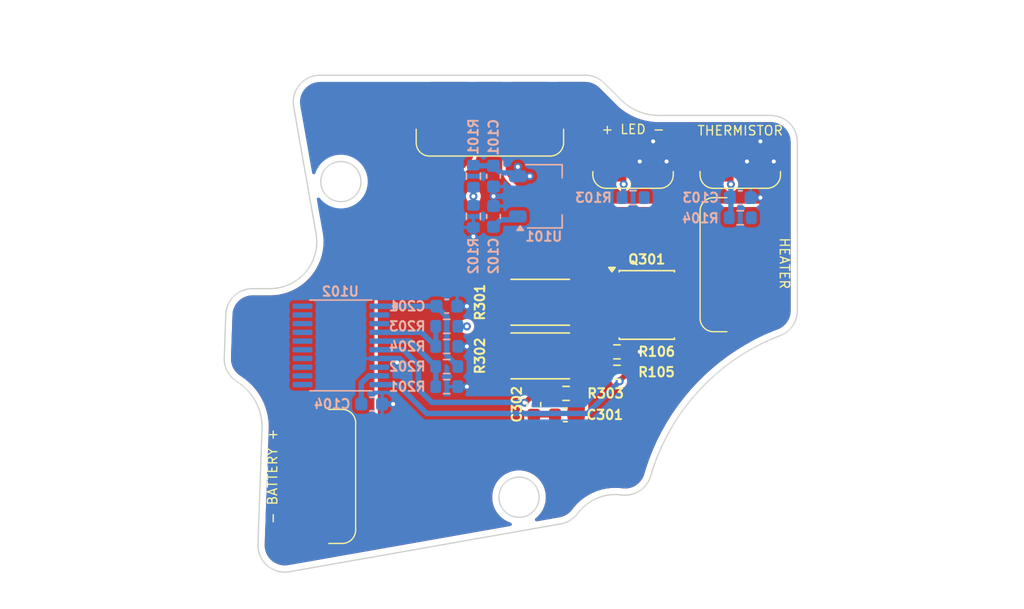
<source format=kicad_pcb>
(kicad_pcb (version 20241229) (generator "pcbnew") (generator_version "9.0")
  (title_block (title "TCRHMAG") (date "2026-01-26") (rev "MkI") (company "ADBeta"))
  (layers (0 "F.Cu" signal) (2 "B.Cu" signal) (13 "F.Paste" user) (15 "B.Paste" user) (5 "F.SilkS" user "F.Silkscreen") (7 "B.SilkS" user "B.Silkscreen") (1 "F.Mask" user) (3 "B.Mask" user) (25 "Edge.Cuts" user))
  (net 0 "")
  (net 1 "/MCU_OPAMP_OUT")
  (net 2 "/CSENSE_FILL")
  (net 3 "/MCU_OPAMP_CH1+")
  (net 4 "Net-(Q301-G)")
  (net 5 "/MCU_BATT_VSENS")
  (net 6 "/MCU_PWM_OUT")
  (net 7 "/MCU_OPAMP_CH1-")
  (net 8 "/MCU_OPAMP_CH2+")
  (net 9 "/MCU_SWIO")
  (net 12 "/MCU_SCL")
  (net 18 "/MCU_THERM_IN")
  (net 19 "GND")
  (net 20 "/PBUS_5V")
  (net 21 "/PBUS_BATT")
  (net 22 "Net-(J2-Pin_1)")
  (net 23 "/MCU_LED_OUT")
  (net 24 "/MCU_SDA")
  (net 28 "/HEATER_FILL")
  (net 29 "/BATTERY_FILL")
  (footprint "Resistor_SMD:R_2512_6332Metric_Pad1.40x3.35mm_HandSolder" (layer "F.Cu") (at 86.175 73.205 180)
    (property "Reference" "R301" (at 4.5 0 90) (layer "F.SilkS") (effects (font (size 0.7 0.7))))
    (property "Value" "0R075")
    (fp_line (start -2.177064 1.71) (end 2.177064 1.71) (stroke (width 0.12)) (layer "F.SilkS"))
    (fp_line (start -2.177064 -1.71) (end 2.177064 -1.71) (stroke (width 0.12)) (layer "F.SilkS"))
    (pad "1" smd roundrect (at -3.05 0 180) (size 1.4 3.35) (layers "F.Cu" "F.Mask" "F.Paste") (roundrect_rratio 0.178571) (net 2 "/CSENSE_FILL"))
    (pad "2" smd roundrect (at 3.05 0 180) (size 1.4 3.35) (layers "F.Cu" "F.Mask" "F.Paste") (roundrect_rratio 0.178571) (net 19 "GND"))
  )
  (footprint "Package_SO:SOIC-8_3.9x4.9mm_P1.27mm" (layer "F.Cu") (at 94.125 73.405)
    (property "Reference" "Q301" (at 0 -3.4 0) (layer "F.SilkS") (effects (font (size 0.7 0.7))))
    (property "Value" "Si4116DY")
    (fp_line (start -2.06 -2.56) (end 2.06 -2.56) (stroke (width 0.12)) (layer "F.SilkS"))
    (fp_line (start -2.06 -2.465) (end -2.06 -2.56) (stroke (width 0.12)) (layer "F.SilkS"))
    (fp_line (start -2.06 2.56) (end -2.06 2.465) (stroke (width 0.12)) (layer "F.SilkS"))
    (fp_line (start 2.06 -2.56) (end 2.06 -2.465) (stroke (width 0.12)) (layer "F.SilkS"))
    (fp_line (start 2.06 2.465) (end 2.06 2.56) (stroke (width 0.12)) (layer "F.SilkS"))
    (fp_line (start 2.06 2.56) (end -2.06 2.56) (stroke (width 0.12)) (layer "F.SilkS"))
    (fp_poly (pts (xy -2.6 -2.47) (xy -2.84 -2.8) (xy -2.36 -2.8)) (stroke (width 0.12)) (fill yes) (layer "F.SilkS"))
    (pad "1" smd roundrect (at -2.475 -1.905) (size 1.95 0.6) (layers "F.Cu" "F.Mask" "F.Paste") (net 2 "/CSENSE_FILL"))
    (pad "2" smd roundrect (at -2.475 -0.635) (size 1.95 0.6) (layers "F.Cu" "F.Mask" "F.Paste") (net 2 "/CSENSE_FILL"))
    (pad "3" smd roundrect (at -2.475 0.635) (size 1.95 0.6) (layers "F.Cu" "F.Mask" "F.Paste") (net 2 "/CSENSE_FILL"))
    (pad "4" smd roundrect (at -2.475 1.905) (size 1.95 0.6) (layers "F.Cu" "F.Mask" "F.Paste") (net 4 "Net-(Q301-G)"))
    (pad "5" smd roundrect (at 2.475 1.905) (size 1.95 0.6) (layers "F.Cu" "F.Mask" "F.Paste") (net 28 "/HEATER_FILL"))
    (pad "6" smd roundrect (at 2.475 0.635) (size 1.95 0.6) (layers "F.Cu" "F.Mask" "F.Paste") (net 28 "/HEATER_FILL"))
    (pad "7" smd roundrect (at 2.475 -0.635) (size 1.95 0.6) (layers "F.Cu" "F.Mask" "F.Paste") (net 28 "/HEATER_FILL"))
    (pad "8" smd roundrect (at 2.475 -1.905) (size 1.95 0.6) (layers "F.Cu" "F.Mask" "F.Paste") (net 28 "/HEATER_FILL"))
  )
  (footprint "TCRHMAG:Signal_Conn" (layer "F.Cu") (at 101.1 62.7)
    (property "Reference" "J3" (hide yes))
    (property "Value" "CONN_THERM" (hide yes))
    (fp_line (start -3 0.75) (end -3 1) (stroke (width 0.1)) (layer "F.SilkS"))
    (fp_line (start -2 2) (end 2 2) (stroke (width 0.1)) (layer "F.SilkS"))
    (fp_line (start 3 1) (end 3 0.75) (stroke (width 0.1)) (layer "F.SilkS"))
    (fp_arc (start -2 2) (mid -2.707107 1.707107) (end -3 1) (stroke (width 0.1)) (layer "F.SilkS"))
    (fp_arc (start 3 1) (mid 2.707107 1.707107) (end 2 2) (stroke (width 0.1)) (layer "F.SilkS"))
    (pad "1" smd roundrect (at -1.5 0) (size 2 3) (layers "F.Cu" "F.Mask" "F.Paste") (roundrect_rratio 0.15) (net 18 "/MCU_THERM_IN"))
    (pad "2" smd roundrect (at 1.5 0) (size 2 3) (layers "F.Cu" "F.Mask" "F.Paste") (roundrect_rratio 0.15) (net 19 "GND"))
  )
  (footprint "Resistor_SMD:R_2512_6332Metric_Pad1.40x3.35mm_HandSolder" (layer "F.Cu") (at 86.175 77.205 180)
    (property "Reference" "R302" (at 4.5 0 90) (layer "F.SilkS") (effects (font (size 0.7 0.7))))
    (property "Value" "0R075")
    (fp_line (start -2.177064 1.71) (end 2.177064 1.71) (stroke (width 0.12)) (layer "F.SilkS"))
    (fp_line (start -2.177064 -1.71) (end 2.177064 -1.71) (stroke (width 0.12)) (layer "F.SilkS"))
    (pad "1" smd roundrect (at -3.05 0 180) (size 1.4 3.35) (layers "F.Cu" "F.Mask" "F.Paste") (roundrect_rratio 0.178571) (net 2 "/CSENSE_FILL"))
    (pad "2" smd roundrect (at 3.05 0 180) (size 1.4 3.35) (layers "F.Cu" "F.Mask" "F.Paste") (roundrect_rratio 0.178571) (net 19 "GND"))
  )
  (footprint "TCRHMAG:U13SS_Switch" (layer "F.Cu") (at 82.417152 59.295009)
    (property "Reference" "SW101" (hide yes))
    (property "Value" "PWR_SW" (hide yes))
    (fp_line (start -5.5 1) (end -5.5 2) (stroke (width 0.1)) (layer "F.SilkS"))
    (fp_line (start -4.5 2.999999) (end 4.5 3) (stroke (width 0.1)) (layer "F.SilkS"))
    (fp_line (start 5.5 2) (end 5.5 1) (stroke (width 0.1)) (layer "F.SilkS"))
    (fp_arc (start -4.5 2.999999) (mid -5.207108 2.707107) (end -5.5 2) (stroke (width 0.1)) (layer "F.SilkS"))
    (fp_arc (start 5.5 2) (mid 5.207107 2.707107) (end 4.5 3) (stroke (width 0.1)) (layer "F.SilkS"))
    (pad "1" smd roundrect (at -3 -0.000001) (size 3.5 5) (layers "F.Cu" "F.Mask" "F.Paste") (roundrect_rratio 0.15) (net 29 "/BATTERY_FILL"))
    (pad "2" smd roundrect (at 3 0.000001) (size 3.5 5) (layers "F.Cu" "F.Mask" "F.Paste") (roundrect_rratio 0.15) (net 21 "/PBUS_BATT"))
  )
  (footprint "TCRHMAG:Signal_Conn" (layer "F.Cu") (at 93.1 62.7)
    (property "Reference" "J2" (hide yes))
    (property "Value" "CONN_LED" (hide yes))
    (fp_line (start -3 0.75) (end -3 1) (stroke (width 0.1)) (layer "F.SilkS"))
    (fp_line (start -2 2) (end 2 2) (stroke (width 0.1)) (layer "F.SilkS"))
    (fp_line (start 3 1) (end 3 0.75) (stroke (width 0.1)) (layer "F.SilkS"))
    (fp_arc (start -2 2) (mid -2.707107 1.707107) (end -3 1) (stroke (width 0.1)) (layer "F.SilkS"))
    (fp_arc (start 3 1) (mid 2.707107 1.707107) (end 2 2) (stroke (width 0.1)) (layer "F.SilkS"))
    (pad "1" smd roundrect (at -1.5 0) (size 2 3) (layers "F.Cu" "F.Mask" "F.Paste") (roundrect_rratio 0.15) (net 22 "Net-(J2-Pin_1)"))
    (pad "2" smd roundrect (at 1.5 0) (size 2 3) (layers "F.Cu" "F.Mask" "F.Paste") (roundrect_rratio 0.15) (net 19 "GND"))
  )
  (footprint "Resistor_SMD:R_0603_1608Metric" (layer "F.Cu") (at 91.9 78.427788 180)
    (property "Reference" "R105" (at -1.496003 0.009929 0) (layer "F.SilkS") (effects (font (size 0.7 0.7)) (justify left)))
    (property "Value" "10R")
    (fp_line (start -0.237257 -0.522499) (end 0.237258 -0.5225) (stroke (width 0.12)) (layer "F.SilkS"))
    (fp_line (start -0.237258 0.5225) (end 0.237257 0.522499) (stroke (width 0.12)) (layer "F.SilkS"))
    (pad "1" smd roundrect (at -0.825 0 180) (size 0.8 0.95) (layers "F.Cu" "F.Mask" "F.Paste") (net 6 "/MCU_PWM_OUT"))
    (pad "2" smd roundrect (at 0.825 0 180) (size 0.8 0.95) (layers "F.Cu" "F.Mask" "F.Paste") (net 4 "Net-(Q301-G)"))
  )
  (footprint "TCRHMAG:Power_Conn" (layer "F.Cu") (at 101.1 70.4 -90)
    (property "Reference" "J5" (hide yes))
    (property "Value" "CONN_HEATER" (hide yes))
    (fp_line (start -4 3.000001) (end 4 3) (stroke (width 0.1)) (layer "F.SilkS"))
    (fp_line (start 4.999999 2) (end 5 1) (stroke (width 0.1)) (layer "F.SilkS"))
    (fp_line (start -5 1) (end -4.999999 2) (stroke (width 0.1)) (layer "F.SilkS"))
    (fp_arc (start -4 3.000001) (mid -4.707107 2.707107) (end -4.999999 2) (stroke (width 0.1)) (layer "F.SilkS"))
    (fp_arc (start 4.999999 2) (mid 4.707107 2.707108) (end 4 3) (stroke (width 0.1)) (layer "F.SilkS"))
    (pad "1" smd roundrect (at -2.5 0 270) (size 3.5 5) (layers "F.Cu" "F.Mask" "F.Paste") (roundrect_rratio 0.15) (net 21 "/PBUS_BATT"))
    (pad "2" smd roundrect (at 2.5 0 270) (size 3.5 5) (layers "F.Cu" "F.Mask" "F.Paste") (roundrect_rratio 0.15) (net 28 "/HEATER_FILL"))
  )
  (footprint "Capacitor_SMD:C_0603_1608Metric" (layer "F.Cu") (at 88.05 81.605 180)
    (property "Reference" "C301" (at -1.5 0 0) (layer "F.SilkS") (effects (font (size 0.7 0.7)) (justify left)))
    (property "Value" "100nF")
    (fp_line (start -0.140581 0.51) (end 0.140581 0.51) (stroke (width 0.12)) (layer "F.SilkS"))
    (fp_line (start -0.140581 -0.51) (end 0.140581 -0.51) (stroke (width 0.12)) (layer "F.SilkS"))
    (pad "1" smd roundrect (at -0.775 0 180) (size 0.9 0.95) (layers "F.Cu" "F.Mask" "F.Paste") (net 2 "/CSENSE_FILL"))
    (pad "2" smd roundrect (at 0.775 0 180) (size 0.9 0.95) (layers "F.Cu" "F.Mask" "F.Paste") (net 19 "GND"))
  )
  (footprint "Resistor_SMD:R_0603_1608Metric" (layer "F.Cu") (at 91.898006 76.905 180)
    (property "Reference" "R106" (at -1.520624 0.01427 0) (layer "F.SilkS") (effects (font (size 0.7 0.7)) (justify left)))
    (property "Value" "33K")
    (fp_line (start -0.237257 -0.522499) (end 0.237258 -0.5225) (stroke (width 0.12)) (layer "F.SilkS"))
    (fp_line (start -0.237258 0.5225) (end 0.237257 0.522499) (stroke (width 0.12)) (layer "F.SilkS"))
    (pad "1" smd roundrect (at -0.825 0 180) (size 0.8 0.95) (layers "F.Cu" "F.Mask" "F.Paste") (net 19 "GND"))
    (pad "2" smd roundrect (at 0.825 0 180) (size 0.8 0.95) (layers "F.Cu" "F.Mask" "F.Paste") (net 4 "Net-(Q301-G)"))
  )
  (footprint "Capacitor_SMD:C_0603_1608Metric" (layer "F.Cu") (at 85.7 80.825 -90)
    (property "Reference" "C302" (at -0.005 1.275 90) (layer "F.SilkS") (effects (font (size 0.7 0.7))))
    (property "Value" "100nF")
    (fp_line (start -0.140581 0.51) (end 0.140581 0.51) (stroke (width 0.12)) (layer "F.SilkS"))
    (fp_line (start -0.140581 -0.51) (end 0.140581 -0.51) (stroke (width 0.12)) (layer "F.SilkS"))
    (pad "1" smd roundrect (at -0.775 0 270) (size 0.9 0.95) (layers "F.Cu" "F.Mask" "F.Paste") (net 3 "/MCU_OPAMP_CH1+"))
    (pad "2" smd roundrect (at 0.775 0 270) (size 0.9 0.95) (layers "F.Cu" "F.Mask" "F.Paste") (net 19 "GND"))
  )
  (footprint "Resistor_SMD:R_0603_1608Metric" (layer "F.Cu") (at 88.1 80.005)
    (property "Reference" "R303" (at 1.5 0 0) (layer "F.SilkS") (effects (font (size 0.7 0.7)) (justify left)))
    (property "Value" "33K")
    (fp_line (start -0.237258 -0.5225) (end 0.237258 -0.5225) (stroke (width 0.12)) (layer "F.SilkS"))
    (fp_line (start -0.237258 0.5225) (end 0.237258 0.5225) (stroke (width 0.12)) (layer "F.SilkS"))
    (pad "1" smd roundrect (at -0.825 0) (size 0.8 0.95) (layers "F.Cu" "F.Mask" "F.Paste") (net 3 "/MCU_OPAMP_CH1+"))
    (pad "2" smd roundrect (at 0.825 0) (size 0.8 0.95) (layers "F.Cu" "F.Mask" "F.Paste") (net 2 "/CSENSE_FILL"))
  )
  (footprint "TCRHMAG:Power_Conn" (layer "F.Cu") (at 69.4 86.2 90)
    (property "Reference" "J1" (hide yes))
    (property "Value" "CONN_BATTERY" (hide yes))
    (fp_line (start -5 1) (end -5 2) (stroke (width 0.1)) (layer "F.SilkS"))
    (fp_line (start 5.000001 2) (end 4.999999 1.000001) (stroke (width 0.1)) (layer "F.SilkS"))
    (fp_line (start -3.999999 2.999999) (end 4 3.000001) (stroke (width 0.1)) (layer "F.SilkS"))
    (fp_arc (start 5.000001 2) (mid 4.707107 2.707107) (end 4 3.000001) (stroke (width 0.1)) (layer "F.SilkS"))
    (fp_arc (start -3.999999 2.999999) (mid -4.707108 2.707108) (end -5 2) (stroke (width 0.1)) (layer "F.SilkS"))
    (pad "1" smd roundrect (at -2.5 0 90) (size 3.5 5) (layers "F.Cu" "F.Mask" "F.Paste") (roundrect_rratio 0.15) (net 19 "GND"))
    (pad "2" smd roundrect (at 2.5 0 90) (size 3.5 5) (layers "F.Cu" "F.Mask" "F.Paste") (roundrect_rratio 0.15) (net 29 "/BATTERY_FILL"))
  )
  (footprint "Resistor_SMD:R_0603_1608Metric" (layer "B.Cu") (at 81.187501 63.8 90)
    (property "Reference" "R101" (at 1.5 0 90) (layer "B.SilkS") (effects (font (size 0.7 0.7) (thickness 0.15) (bold yes)) (justify right mirror)))
    (property "Value" "33K")
    (fp_line (start -0.237258 -0.5225) (end 0.237258 -0.5225) (stroke (width 0.12)) (layer "B.SilkS"))
    (fp_line (start -0.237258 0.5225) (end 0.237258 0.5225) (stroke (width 0.12)) (layer "B.SilkS"))
    (pad "1" smd roundrect (at -0.825 0 90) (size 0.8 0.95) (layers "B.Cu" "B.Mask" "B.Paste") (net 5 "/MCU_BATT_VSENS"))
    (pad "2" smd roundrect (at 0.825 0 90) (size 0.8 0.95) (layers "B.Cu" "B.Mask" "B.Paste") (net 21 "/PBUS_BATT"))
  )
  (footprint "Resistor_SMD:R_0603_1608Metric" (layer "B.Cu") (at 79.200002 76.5 180)
    (property "Reference" "R204" (at 1.500002 0 0) (layer "B.SilkS") (effects (font (size 0.7 0.7)) (justify left mirror)))
    (property "Value" "2K2")
    (fp_line (start -0.237257 -0.5225) (end 0.237258 -0.5225) (stroke (width 0.12)) (layer "B.SilkS"))
    (fp_line (start -0.237258 0.5225) (end 0.237257 0.5225) (stroke (width 0.12)) (layer "B.SilkS"))
    (pad "1" smd roundrect (at -0.825 0 180) (size 0.8 0.95) (layers "B.Cu" "B.Mask" "B.Paste") (net 19 "GND"))
    (pad "2" smd roundrect (at 0.825 0 180) (size 0.8 0.95) (layers "B.Cu" "B.Mask" "B.Paste") (net 8 "/MCU_OPAMP_CH2+"))
  )
  (footprint "Capacitor_SMD:C_0603_1608Metric" (layer "B.Cu") (at 82.687501 63.8 -90)
    (property "Reference" "C101" (at -1.45 0 90) (layer "B.SilkS") (effects (font (size 0.7 0.7)) (justify right mirror)))
    (property "Value" "100nF")
    (fp_line (start -0.140581 0.51) (end 0.140581 0.51) (stroke (width 0.12)) (layer "B.SilkS"))
    (fp_line (start -0.140581 -0.51) (end 0.140581 -0.51) (stroke (width 0.12)) (layer "B.SilkS"))
    (pad "1" smd roundrect (at -0.775 0 270) (size 0.9 0.95) (layers "B.Cu" "B.Mask" "B.Paste") (net 21 "/PBUS_BATT"))
    (pad "2" smd roundrect (at 0.775 0 270) (size 0.9 0.95) (layers "B.Cu" "B.Mask" "B.Paste") (net 19 "GND"))
  )
  (footprint "Resistor_SMD:R_0603_1608Metric" (layer "B.Cu") (at 101.1 66.9)
    (property "Reference" "R104" (at -1.529306 0.03497 0) (layer "B.SilkS") (effects (font (size 0.7 0.7)) (justify left mirror)))
    (property "Value" "4K7")
    (fp_line (start -0.237259 -0.5225) (end 0.237258 -0.522498) (stroke (width 0.12)) (layer "B.SilkS"))
    (fp_line (start -0.237258 0.522498) (end 0.237259 0.5225) (stroke (width 0.12)) (layer "B.SilkS"))
    (pad "1" smd roundrect (at -0.824999 0.000001) (size 0.8 0.95) (layers "B.Cu" "B.Mask" "B.Paste") (net 18 "/MCU_THERM_IN"))
    (pad "2" smd roundrect (at 0.824999 -0.000001) (size 0.8 0.95) (layers "B.Cu" "B.Mask" "B.Paste") (net 20 "/PBUS_5V"))
  )
  (footprint "Capacitor_SMD:C_0603_1608Metric" (layer "B.Cu") (at 79.2 73.5)
    (property "Reference" "C201" (at -1.5 0 0) (layer "B.SilkS") (effects (font (size 0.7 0.7)) (justify left mirror)))
    (property "Value" "100nF")
    (fp_line (start -0.140581 -0.51) (end 0.140581 -0.509999) (stroke (width 0.12)) (layer "B.SilkS"))
    (fp_line (start -0.140581 0.509999) (end 0.140581 0.51) (stroke (width 0.12)) (layer "B.SilkS"))
    (pad "1" smd roundrect (at -0.775 0) (size 0.9 0.95) (layers "B.Cu" "B.Mask" "B.Paste") (net 1 "/MCU_OPAMP_OUT"))
    (pad "2" smd roundrect (at 0.775 0) (size 0.9 0.95) (layers "B.Cu" "B.Mask" "B.Paste") (net 19 "GND"))
  )
  (footprint "Resistor_SMD:R_0603_1608Metric" (layer "B.Cu") (at 79.2 75 180)
    (property "Reference" "R203" (at 1.5 0 0) (layer "B.SilkS") (effects (font (size 0.7 0.7)) (justify left mirror)))
    (property "Value" "68K")
    (fp_line (start -0.237257 -0.5225) (end 0.237258 -0.5225) (stroke (width 0.12)) (layer "B.SilkS"))
    (fp_line (start -0.237258 0.5225) (end 0.237257 0.5225) (stroke (width 0.12)) (layer "B.SilkS"))
    (pad "1" smd roundrect (at -0.825 0 180) (size 0.8 0.95) (layers "B.Cu" "B.Mask" "B.Paste") (net 20 "/PBUS_5V"))
    (pad "2" smd roundrect (at 0.825 0 180) (size 0.8 0.95) (layers "B.Cu" "B.Mask" "B.Paste") (net 8 "/MCU_OPAMP_CH2+"))
  )
  (footprint "Resistor_SMD:R_0603_1608Metric" (layer "B.Cu") (at 79.2 79.500001 180)
    (property "Reference" "R201" (at 1.5 0.000001 0) (layer "B.SilkS") (effects (font (size 0.7 0.7)) (justify left mirror)))
    (property "Value" "2K2")
    (fp_line (start -0.237257 -0.5225) (end 0.237258 -0.5225) (stroke (width 0.12)) (layer "B.SilkS"))
    (fp_line (start -0.237258 0.5225) (end 0.237257 0.5225) (stroke (width 0.12)) (layer "B.SilkS"))
    (pad "1" smd roundrect (at -0.825 0 180) (size 0.8 0.95) (layers "B.Cu" "B.Mask" "B.Paste") (net 19 "GND"))
    (pad "2" smd roundrect (at 0.825 0 180) (size 0.8 0.95) (layers "B.Cu" "B.Mask" "B.Paste") (net 7 "/MCU_OPAMP_CH1-"))
  )
  (footprint "Capacitor_SMD:C_0603_1608Metric" (layer "B.Cu") (at 101.1 65.4 180)
    (property "Reference" "C103" (at 1.5 0.000001 0) (layer "B.SilkS") (effects (font (size 0.7 0.7)) (justify left mirror)))
    (property "Value" "1uF")
    (fp_line (start -0.140581 0.510001) (end 0.140581 0.509998) (stroke (width 0.12)) (layer "B.SilkS"))
    (fp_line (start -0.140581 -0.509998) (end 0.140581 -0.510001) (stroke (width 0.12)) (layer "B.SilkS"))
    (pad "1" smd roundrect (at -0.775 -0.000001 180) (size 0.9 0.95) (layers "B.Cu" "B.Mask" "B.Paste") (net 19 "GND"))
    (pad "2" smd roundrect (at 0.775 0.000001 180) (size 0.9 0.95) (layers "B.Cu" "B.Mask" "B.Paste") (net 18 "/MCU_THERM_IN"))
  )
  (footprint "Package_SO:TSSOP-20_4.4x6.5mm_P0.65mm" (layer "B.Cu") (at 71.3 76.425 180)
    (property "Reference" "U102" (at 0.037501 4.025 0) (layer "B.SilkS") (effects (font (size 0.7 0.7)) (justify mirror)))
    (property "Value" "CH32V003FxPx")
    (fp_line (start 2.31 -3.385) (end -2.31 -3.385) (stroke (width 0.12)) (layer "B.SilkS"))
    (fp_line (start -2.31 3.385) (end 2.31 3.385) (stroke (width 0.12)) (layer "B.SilkS"))
    (fp_poly (pts (xy -3.86 2.93) (xy -4.19 2.69) (xy -4.189999 3.17)) (stroke (width 0.12)) (fill yes) (layer "B.SilkS"))
    (pad "1" smd roundrect (at -2.862499 2.925 180) (size 1.475 0.4) (layers "B.Cu" "B.Mask" "B.Paste") (net 1 "/MCU_OPAMP_OUT"))
    (pad "2" smd roundrect (at -2.8625 2.275 180) (size 1.475 0.4) (layers "B.Cu" "B.Mask" "B.Paste"))
    (pad "3" smd roundrect (at -2.862498 1.625 180) (size 1.475 0.4) (layers "B.Cu" "B.Mask" "B.Paste"))
    (pad "4" smd roundrect (at -2.8625 0.975 180) (size 1.475 0.4) (layers "B.Cu" "B.Mask" "B.Paste") (net 8 "/MCU_OPAMP_CH2+"))
    (pad "5" smd roundrect (at -2.8625 0.325 180) (size 1.475 0.4) (layers "B.Cu" "B.Mask" "B.Paste") (net 7 "/MCU_OPAMP_CH1-"))
    (pad "6" smd roundrect (at -2.8625 -0.324999 180) (size 1.475 0.4) (layers "B.Cu" "B.Mask" "B.Paste") (net 3 "/MCU_OPAMP_CH1+"))
    (pad "7" smd roundrect (at -2.862499 -0.975001 180) (size 1.475 0.4) (layers "B.Cu" "B.Mask" "B.Paste") (net 19 "GND"))
    (pad "8" smd roundrect (at -2.8625 -1.625 180) (size 1.475 0.4) (layers "B.Cu" "B.Mask" "B.Paste") (net 9 "/MCU_SWIO"))
    (pad "9" smd roundrect (at -2.8625 -2.275 180) (size 1.475 0.4) (layers "B.Cu" "B.Mask" "B.Paste") (net 20 "/PBUS_5V"))
    (pad "10" smd roundrect (at -2.8625 -2.925 180) (size 1.475 0.4) (layers "B.Cu" "B.Mask" "B.Paste") (net 6 "/MCU_PWM_OUT"))
    (pad "11" smd roundrect (at 2.862499 -2.925 180) (size 1.475 0.4) (layers "B.Cu" "B.Mask" "B.Paste") (net 24 "/MCU_SDA"))
    (pad "12" smd roundrect (at 2.8625 -2.275 180) (size 1.475 0.4) (layers "B.Cu" "B.Mask" "B.Paste") (net 12 "/MCU_SCL"))
    (pad "13" smd roundrect (at 2.862498 -1.625 180) (size 1.475 0.4) (layers "B.Cu" "B.Mask" "B.Paste"))
    (pad "14" smd roundrect (at 2.8625 -0.975 180) (size 1.475 0.4) (layers "B.Cu" "B.Mask" "B.Paste"))
    (pad "15" smd roundrect (at 2.8625 -0.325 180) (size 1.475 0.4) (layers "B.Cu" "B.Mask" "B.Paste"))
    (pad "16" smd roundrect (at 2.8625 0.324999 180) (size 1.475 0.4) (layers "B.Cu" "B.Mask" "B.Paste"))
    (pad "17" smd roundrect (at 2.862499 0.975001 180) (size 1.475 0.4) (layers "B.Cu" "B.Mask" "B.Paste"))
    (pad "18" smd roundrect (at 2.8625 1.625 180) (size 1.475 0.4) (layers "B.Cu" "B.Mask" "B.Paste"))
    (pad "19" smd roundrect (at 2.8625 2.275 180) (size 1.475 0.4) (layers "B.Cu" "B.Mask" "B.Paste"))
    (pad "20" smd roundrect (at 2.8625 2.925 180) (size 1.475 0.4) (layers "B.Cu" "B.Mask" "B.Paste"))
  )
  (footprint "Capacitor_SMD:C_0603_1608Metric" (layer "B.Cu") (at 73.6 80.8)
    (property "Reference" "C104" (at -1.5 0 0) (layer "B.SilkS") (effects (font (size 0.7 0.7)) (justify left mirror)))
    (property "Value" "100nF")
    (fp_line (start -0.140581 -0.51) (end 0.140581 -0.509999) (stroke (width 0.12)) (layer "B.SilkS"))
    (fp_line (start -0.140581 0.509999) (end 0.140581 0.51) (stroke (width 0.12)) (layer "B.SilkS"))
    (pad "1" smd roundrect (at -0.775 0) (size 0.9 0.95) (layers "B.Cu" "B.Mask" "B.Paste") (net 20 "/PBUS_5V"))
    (pad "2" smd roundrect (at 0.775 0) (size 0.9 0.95) (layers "B.Cu" "B.Mask" "B.Paste") (net 19 "GND"))
  )
  (footprint "Resistor_SMD:R_0603_1608Metric" (layer "B.Cu") (at 81.187501 66.8 90)
    (property "Reference" "R102" (at -1.5 -0.005468 90) (layer "B.SilkS") (effects (font (size 0.7 0.7)) (justify left mirror)))
    (property "Value" "8K2")
    (fp_line (start -0.237258 -0.5225) (end 0.237258 -0.5225) (stroke (width 0.12)) (layer "B.SilkS"))
    (fp_line (start -0.237258 0.5225) (end 0.237258 0.5225) (stroke (width 0.12)) (layer "B.SilkS"))
    (pad "1" smd roundrect (at -0.825 0 90) (size 0.8 0.95) (layers "B.Cu" "B.Mask" "B.Paste") (net 19 "GND"))
    (pad "2" smd roundrect (at 0.825 0 90) (size 0.8 0.95) (layers "B.Cu" "B.Mask" "B.Paste") (net 5 "/MCU_BATT_VSENS"))
  )
  (footprint "Package_TO_SOT_SMD:SOT-89-3" (layer "B.Cu") (at 86.45 65.3)
    (property "Reference" "U101" (at -0.012499 3 0) (layer "B.SilkS") (effects (font (size 0.7 0.7)) (justify mirror)))
    (property "Value" "L78L05_SOT89")
    (fp_line (start -1.22 2.36) (end 1.36 2.36) (stroke (width 0.12)) (layer "B.SilkS"))
    (fp_line (start 1.36 -2.36) (end -1.36 -2.36) (stroke (width 0.12)) (layer "B.SilkS"))
    (fp_line (start 1.36 -1.38) (end 1.36 -2.36) (stroke (width 0.12)) (layer "B.SilkS"))
    (fp_line (start 1.36 1.38) (end 1.36 2.36) (stroke (width 0.12)) (layer "B.SilkS"))
    (fp_poly (pts (xy -1.77 2.21) (xy -2.01 2.54) (xy -1.53 2.54) (xy -1.77 2.21)) (stroke (width 0.12)) (fill yes) (layer "B.SilkS"))
    (pad "1" smd roundrect (at -1.95 1.5) (size 1.3 0.9) (layers "B.Cu" "B.Mask" "B.Paste") (net 20 "/PBUS_5V"))
    (pad "2" smd custom (at -1.862499 0) (size 1.475 0.9) (layers "B.Cu" "B.Mask" "B.Paste") (net 19 "GND") (options (clearance outline) (anchor rect)) (primitives (gr_poly (pts (xy 3.8625 -0.8665) (xy 0.7375 -0.8665) (xy 0.7375 0.8665) (xy 3.8625 0.8665)) (width 0) (fill yes))))
    (pad "3" smd roundrect (at -1.95 -1.5) (size 1.3 0.9) (layers "B.Cu" "B.Mask" "B.Paste") (net 21 "/PBUS_BATT"))
  )
  (footprint "Capacitor_SMD:C_0603_1608Metric" (layer "B.Cu") (at 82.687501 66.8 90)
    (property "Reference" "C102" (at -1.5 0 90) (layer "B.SilkS") (effects (font (size 0.7 0.7)) (justify left mirror)))
    (property "Value" "10uF")
    (fp_line (start -0.140581 -0.51) (end 0.140581 -0.51) (stroke (width 0.12)) (layer "B.SilkS"))
    (fp_line (start -0.140581 0.51) (end 0.140581 0.51) (stroke (width 0.12)) (layer "B.SilkS"))
    (pad "1" smd roundrect (at -0.775 0 90) (size 0.9 0.95) (layers "B.Cu" "B.Mask" "B.Paste") (net 20 "/PBUS_5V"))
    (pad "2" smd roundrect (at 0.775 0 90) (size 0.9 0.95) (layers "B.Cu" "B.Mask" "B.Paste") (net 19 "GND"))
  )
  (footprint "Resistor_SMD:R_0603_1608Metric" (layer "B.Cu") (at 79.200001 77.999999)
    (property "Reference" "R202" (at -1.500001 0.000001 0) (layer "B.SilkS") (effects (font (size 0.7 0.7)) (justify left mirror)))
    (property "Value" "33K")
    (fp_line (start -0.237258 0.5225) (end 0.237257 0.5225) (stroke (width 0.12)) (layer "B.SilkS"))
    (fp_line (start -0.237257 -0.5225) (end 0.237258 -0.5225) (stroke (width 0.12)) (layer "B.SilkS"))
    (pad "1" smd roundrect (at -0.825 0) (size 0.8 0.95) (layers "B.Cu" "B.Mask" "B.Paste") (net 7 "/MCU_OPAMP_CH1-"))
    (pad "2" smd roundrect (at 0.825 0) (size 0.8 0.95) (layers "B.Cu" "B.Mask" "B.Paste") (net 1 "/MCU_OPAMP_OUT"))
  )
  (footprint "Resistor_SMD:R_0603_1608Metric" (layer "B.Cu") (at 93.1 65.4)
    (property "Reference" "R103" (at -1.5 0 0) (layer "B.SilkS") (effects (font (size 0.7 0.7)) (justify left mirror)))
    (property "Value" "330R")
    (fp_line (start -0.237259 -0.5225) (end 0.237257 -0.522499) (stroke (width 0.12)) (layer "B.SilkS"))
    (fp_line (start -0.237257 0.522499) (end 0.237259 0.5225) (stroke (width 0.12)) (layer "B.SilkS"))
    (pad "1" smd roundrect (at -0.824999 0.000001) (size 0.8 0.95) (layers "B.Cu" "B.Mask" "B.Paste") (net 22 "Net-(J2-Pin_1)"))
    (pad "2" smd roundrect (at 0.824999 -0.000001) (size 0.8 0.95) (layers "B.Cu" "B.Mask" "B.Paste") (net 23 "/MCU_LED_OUT"))
  )
  (gr_circle (center 84.591299 87.749764) (end 86.06851 87.489292) (stroke (width 0.1)) (fill no) (layer "Edge.Cuts"))
  (gr_line (start 62.59914 77.348461) (end 62.711918 74.11892) (stroke (width 0.1)) (layer "Edge.Cuts"))
  (gr_arc (start 105.361972 73.82407) (mid 105.009055 74.958561) (end 104.074907 75.692735) (stroke (width 0.1)) (layer "Edge.Cuts"))
  (gr_line (start 69.44575 68.080949) (end 67.775863 58.610552) (stroke (width 0.1)) (layer "Edge.Cuts"))
  (gr_arc (start 62.711918 74.11892) (mid 63.321366 72.750005) (end 64.710701 72.188716) (stroke (width 0.1)) (layer "Edge.Cuts"))
  (gr_curve (pts (xy 93.590379 87.276417) (xy 93.992239 87.017072) (xy 94.290795 86.606952) (xy 94.418659 86.160755)) (stroke (width 0.1)) (layer "Edge.Cuts"))
  (gr_curve (pts (xy 92.235155 87.583204) (xy 92.694973 87.646557) (xy 93.190761 87.539197) (xy 93.590379 87.276417)) (stroke (width 0.1)) (layer "Edge.Cuts"))
  (gr_arc (start 67.775863 58.610552) (mid 68.213386 56.977675) (end 69.745479 56.263255) (stroke (width 0.1)) (layer "Edge.Cuts"))
  (gr_line (start 63.450766 79.056562) (end 63.712377 79.239745) (stroke (width 0.1)) (layer "Edge.Cuts"))
  (gr_arc (start 88.966227 88.963043) (mid 88.411859 89.471103) (end 87.70907 89.738584) (stroke (width 0.1)) (layer "Edge.Cuts"))
  (gr_circle (center 71.3 64.2) (end 72.777212 63.939528) (stroke (width 0.1)) (fill no) (layer "Edge.Cuts"))
  (gr_arc (start 103.361938 59.263255) (mid 104.776176 59.849051) (end 105.361972 61.263288) (stroke (width 0.1)) (layer "Edge.Cuts"))
  (gr_line (start 95.018839 59.263255) (end 103.361938 59.263255) (stroke (width 0.1)) (layer "Edge.Cuts"))
  (gr_arc (start 95.018839 59.263255) (mid 93.488112 58.958739) (end 92.190391 58.091675) (stroke (width 0.1)) (layer "Edge.Cuts"))
  (gr_line (start 90.955166 56.856449) (end 92.190391 58.091675) (stroke (width 0.1)) (layer "Edge.Cuts"))
  (gr_arc (start 89.533527 56.263254) (mid 90.303734 56.41752) (end 90.955166 56.856449) (stroke (width 0.1)) (layer "Edge.Cuts"))
  (gr_line (start 69.745479 56.263255) (end 89.533527 56.263254) (stroke (width 0.1)) (layer "Edge.Cuts"))
  (gr_arc (start 88.966227 88.963043) (mid 90.412877 87.828179) (end 92.235155 87.583204) (stroke (width 0.1)) (layer "Edge.Cuts"))
  (gr_line (start 65.998925 72.188717) (end 64.710701 72.188716) (stroke (width 0.1)) (layer "Edge.Cuts"))
  (gr_line (start 65.415628 82.655948) (end 65.114837 91.269466) (stroke (width 0.1)) (layer "Edge.Cuts"))
  (gr_line (start 67.460914 93.30888) (end 87.70907 89.738584) (stroke (width 0.1)) (layer "Edge.Cuts"))
  (gr_arc (start 67.460914 93.30888) (mid 65.801476 92.848699) (end 65.114837 91.269466) (stroke (width 0.1)) (layer "Edge.Cuts"))
  (gr_line (start 105.361972 73.82407) (end 105.361972 61.263288) (stroke (width 0.1)) (layer "Edge.Cuts"))
  (gr_arc (start 94.418659 86.160755) (mid 98.017879 79.79314) (end 104.074907 75.692735) (stroke (width 0.1)) (layer "Edge.Cuts"))
  (gr_arc (start 63.712377 79.239745) (mid 64.997805 80.731561) (end 65.415628 82.655948) (stroke (width 0.1)) (layer "Edge.Cuts"))
  (gr_arc (start 69.44575 68.080949) (mid 68.680078 70.938472) (end 65.998925 72.188717) (stroke (width 0.1)) (layer "Edge.Cuts"))
  (gr_line (start 62.599141 77.348461) (end 62.59914 77.348461) (stroke (width 0.1)) (layer "Edge.Cuts"))
  (gr_arc (start 63.450766 79.056562) (mid 62.808031 78.310659) (end 62.599141 77.348461) (stroke (width 0.1)) (layer "Edge.Cuts"))
  (gr_text "+ LED -" (at 93.1 60.3 0) (layer "F.SilkS") (effects (font (size 0.7 0.7) (thickness 0.1))))
  (gr_text "THERMISTOR" (at 101.1 60.4 0) (layer "F.SilkS") (effects (font (size 0.7 0.7) (thickness 0.1))))
  (gr_text "- BATTERY +" (at 66.2 86.2 90) (layer "F.SilkS") (effects (font (size 0.7 0.7) (thickness 0.1))))
  (gr_text "HEATER" (at 104.4 70.3 270) (layer "F.SilkS") (effects (font (size 0.7 0.7) (thickness 0.1))))
  (segment (start 79.200001 74.275) (end 78.425 73.499999) (width 0.4) (layer "B.Cu") (net 1))
  (segment (start 79.2 77.175) (end 79.200001 74.275) (width 0.4) (layer "B.Cu") (net 1))
  (segment (start 80.025 78) (end 79.2 77.175) (width 0.4) (layer "B.Cu") (net 1))
  (segment (start 74.162499 73.5) (end 78.425 73.5) (width 0.4) (layer "B.Cu") (net 1))
  (segment (start 87.275 80.005) (end 85.745 80.005) (width 0.4) (layer "F.Cu") (net 3))
  (segment (start 85.745 80.005) (end 85.7 80.05) (width 0.4) (layer "F.Cu") (net 3))
  (segment (start 85 80.7) (end 85.05 80.7) (width 0.4) (layer "F.Cu") (net 3))
  (segment (start 85.05 80.7) (end 85.7 80.05) (width 0.4) (layer "F.Cu") (net 3))
  (via (at 85 80.7) (size 0.6) (drill 0.3) (layers "F.Cu" "B.Cu") (net 3))
  (segment (start 84.975 80.675) (end 78.0875 80.675) (width 0.4) (layer "B.Cu") (net 3))
  (segment (start 75.949999 76.749999) (end 74.1625 76.749999) (width 0.4) (layer "B.Cu") (net 3))
  (segment (start 85 80.7) (end 84.975 80.675) (width 0.4) (layer "B.Cu") (net 3))
  (segment (start 77.1 79.6875) (end 77.1 77.9) (width 0.4) (layer "B.Cu") (net 3))
  (segment (start 77.1 77.9) (end 75.949999 76.749999) (width 0.4) (layer "B.Cu") (net 3))
  (segment (start 78.0875 80.675) (end 77.1 79.6875) (width 0.4) (layer "B.Cu") (net 3))
  (segment (start 90.873006 78.225794) (end 90.873006 75.31) (width 0.4) (layer "F.Cu") (net 4))
  (segment (start 91.073006 78.425794) (end 91.075 78.427788) (width 0.4) (layer "F.Cu") (net 4))
  (segment (start 91.075 78.427788) (end 90.873006 78.225794) (width 0.4) (layer "F.Cu") (net 4))
  (segment (start 90.873006 75.31) (end 91.65 75.31) (width 0.4) (layer "F.Cu") (net 4))
  (via (at 81.187501 65.3) (size 0.6) (drill 0.3) (layers "F.Cu" "B.Cu") (net 5))
  (segment (start 81.187501 64.625) (end 81.187501 65.3) (width 0.4) (layer "B.Cu") (net 5))
  (segment (start 81.187501 65.3) (end 81.187501 65.975) (width 0.4) (layer "B.Cu") (net 5))
  (segment (start 81.187501 65.3) (end 81.187501 65.5) (width 0.4) (layer "B.Cu") (net 5))
  (segment (start 92.1 79.052788) (end 92.725 78.427788) (width 0.4) (layer "F.Cu") (net 6))
  (segment (start 92.1 79.1) (end 92.1 79.052788) (width 0.4) (layer "F.Cu") (net 6))
  (via (at 92.1 79.1) (size 0.6) (drill 0.3) (layers "F.Cu" "B.Cu") (net 6))
  (segment (start 74.1625 79.35) (end 75.55 79.35) (width 0.4) (layer "B.Cu") (net 6))
  (segment (start 75.55 79.35) (end 77.7 81.5) (width 0.4) (layer "B.Cu") (net 6))
  (segment (start 89.7 81.5) (end 92.1 79.1) (width 0.4) (layer "B.Cu") (net 6))
  (segment (start 77.7 81.5) (end 89.7 81.5) (width 0.4) (layer "B.Cu") (net 6))
  (segment (start 78.375001 79.5) (end 78.375001 78) (width 0.4) (layer "B.Cu") (net 7))
  (segment (start 76.475002 76.1) (end 78.375001 77.999999) (width 0.4) (layer "B.Cu") (net 7))
  (segment (start 74.1625 76.1) (end 76.475002 76.1) (width 0.4) (layer "B.Cu") (net 7))
  (segment (start 78.375001 76.5) (end 78.375001 74.999999) (width 0.4) (layer "B.Cu") (net 8))
  (segment (start 77.325002 75.45) (end 78.375002 76.5) (width 0.4) (layer "B.Cu") (net 8))
  (segment (start 74.1625 75.45) (end 77.325002 75.45) (width 0.4) (layer "B.Cu") (net 8))
  (segment (start 100.4 63.5) (end 100.4 64.4) (width 0.4) (layer "F.Cu") (net 18))
  (segment (start 99.6 62.7) (end 100.4 63.5) (width 0.4) (layer "F.Cu") (net 18))
  (via (at 100.4 64.4) (size 0.6) (drill 0.3) (layers "F.Cu" "B.Cu") (net 18))
  (segment (start 100.4 64.4) (end 100.4 66.775002) (width 0.4) (layer "B.Cu") (net 18))
  (segment (start 100.4 66.775002) (end 100.275001 66.900001) (width 0.4) (layer "B.Cu") (net 18))
  (segment (start 85.705 81.605) (end 85.7 81.6) (width 0.4) (layer "F.Cu") (net 19))
  (segment (start 93.595 76.905) (end 93.6 76.9) (width 0.4) (layer "F.Cu") (net 19))
  (segment (start 101.932629 63.72346) (end 102.679348 62.749948) (width 0.4) (layer "F.Cu") (net 19))
  (segment (start 92.723006 76.905) (end 93.595 76.905) (width 0.4) (layer "F.Cu") (net 19))
  (segment (start 87.275 81.605) (end 85.705 81.605) (width 0.4) (layer "F.Cu") (net 19))
  (via (at 81.187501 68.3) (size 0.6) (drill 0.3) (layers "F.Cu" "B.Cu") (net 19))
  (via (at 94.6 61.2) (size 0.6) (drill 0.3) (layers "F.Cu" "B.Cu") (net 19))
  (via (at 95.6 62.7) (size 0.6) (drill 0.3) (layers "F.Cu" "B.Cu") (net 19))
  (via (at 80.700002 79.499999) (size 0.6) (drill 0.3) (layers "F.Cu" "B.Cu") (net 19))
  (via (at 80.700002 73.5) (size 0.6) (drill 0.3) (layers "F.Cu" "B.Cu") (net 19))
  (via (at 103.6 62.7) (size 0.6) (drill 0.3) (layers "F.Cu" "B.Cu") (net 19))
  (via (at 102.6 61.2) (size 0.6) (drill 0.3) (layers "F.Cu" "B.Cu") (net 19))
  (via (at 80.7 76.5) (size 0.6) (drill 0.3) (layers "F.Cu" "B.Cu") (net 19))
  (via (at 75.5 77.7) (size 0.6) (drill 0.3) (layers "F.Cu" "B.Cu") (net 19))
  (via (at 102.6 65.4) (size 0.6) (drill 0.3) (layers "F.Cu" "B.Cu") (net 19))
  (via (at 93.6 76.9) (size 0.6) (drill 0.3) (layers "F.Cu" "B.Cu") (net 19))
  (via (at 93.6 62.7) (size 0.6) (drill 0.3) (layers "F.Cu" "B.Cu") (net 19))
  (via (at 101.6 62.7) (size 0.6) (drill 0.3) (layers "F.Cu" "B.Cu") (net 19))
  (via (at 82.687501 65.3) (size 0.6) (drill 0.3) (layers "F.Cu" "B.Cu") (net 19))
  (via (at 75.2 80.8) (size 0.6) (drill 0.3) (layers "F.Cu" "B.Cu") (net 19))
  (segment (start 82.687501 64.575) (end 82.687501 66.025) (width 0.4) (layer "B.Cu") (net 19))
  (segment (start 81.187501 67.625) (end 81.187501 68.3) (width 0.4) (layer "B.Cu") (net 19))
  (segment (start 80.025 76.5) (end 80.7 76.5) (width 0.4) (layer "B.Cu") (net 19))
  (segment (start 74.375 80.8) (end 75.2 80.8) (width 0.4) (layer "B.Cu") (net 19))
  (segment (start 79.975 73.5) (end 80.700002 73.5) (width 0.4) (layer "B.Cu") (net 19))
  (segment (start 84.587501 65.3) (end 82.687501 65.3) (width 0.4) (layer "B.Cu") (net 19))
  (segment (start 74.162499 77.400001) (end 75.200001 77.400001) (width 0.4) (layer "B.Cu") (net 19))
  (segment (start 80.025001 79.5) (end 80.700002 79.499999) (width 0.4) (layer "B.Cu") (net 19))
  (segment (start 75.200001 77.400001) (end 75.5 77.7) (width 0.4) (layer "B.Cu") (net 19))
  (segment (start 101.875 65.400001) (end 102.6 65.4) (width 0.4) (layer "B.Cu") (net 19))
  (via (at 80.700001 74.999999) (size 0.6) (drill 0.3) (layers "F.Cu" "B.Cu") (net 20))
  (segment (start 72.825 79.238708) (end 72.825 80.8) (width 0.4) (layer "B.Cu") (net 20))
  (segment (start 80.024999 75) (end 80.700001 74.999999) (width 0.4) (layer "B.Cu") (net 20))
  (segment (start 84.25 67.05) (end 83.212501 67.05) (width 0.4) (layer "B.Cu") (net 20))
  (segment (start 73.363708 78.7) (end 72.825 79.238708) (width 0.4) (layer "B.Cu") (net 20))
  (segment (start 84.5 66.8) (end 84.25 67.05) (width 0.4) (layer "B.Cu") (net 20))
  (segment (start 74.1625 78.7) (end 73.363708 78.7) (width 0.4) (layer "B.Cu") (net 20))
  (segment (start 83.212501 67.05) (end 82.687501 67.575) (width 0.4) (layer "B.Cu") (net 20))
  (via (at 85.4 63.8) (size 0.6) (drill 0.3) (layers "F.Cu" "B.Cu") (net 21))
  (via (at 84.5 63.1) (size 0.6) (drill 0.3) (layers "F.Cu" "B.Cu") (net 21))
  (segment (start 84.25 63.55) (end 83.212501 63.55) (width 0.4) (layer "B.Cu") (net 21))
  (segment (start 81.237501 63.025) (end 81.187501 62.975) (width 0.4) (layer "B.Cu") (net 21))
  (segment (start 84.5 63.8) (end 84.5 63.1) (width 0.4) (layer "B.Cu") (net 21))
  (segment (start 84.5 63.8) (end 84.25 63.55) (width 0.4) (layer "B.Cu") (net 21))
  (segment (start 82.687501 63.025) (end 81.237501 63.025) (width 0.4) (layer "B.Cu") (net 21))
  (segment (start 83.212501 63.55) (end 82.687501 63.025) (width 0.4) (layer "B.Cu") (net 21))
  (segment (start 84.5 63.8) (end 85.4 63.8) (width 0.4) (layer "B.Cu") (net 21))
  (segment (start 92.4 63.5) (end 92.4 64.4) (width 0.4) (layer "F.Cu") (net 22))
  (segment (start 91.6 62.7) (end 92.4 63.5) (width 0.4) (layer "F.Cu") (net 22))
  (via (at 92.4 64.4) (size 0.6) (drill 0.3) (layers "F.Cu" "B.Cu") (net 22))
  (segment (start 92.4 65.275002) (end 92.4 64.4) (width 0.4) (layer "B.Cu") (net 22))
  (segment (start 92.275001 65.400001) (end 92.4 65.275002) (width 0.4) (layer "B.Cu") (net 22))
  (zone (net 28) (net_name "/HEATER_FILL") (layer "F.Cu") (name "HEATER_FILL") (priority 20) (connect_pads yes (clearance 0.25)) (min_thickness 0.25) (fill yes (thermal_gap 0.25) (thermal_bridge_width 0.25) (smoothing fillet) (radius 1))
    (polygon (pts (xy 95.7 71.1) (xy 95.5 71.3) (xy 95.5 75.5) (xy 95.7 75.7) (xy 102.4 75.7) (xy 103.7 74.4) (xy 103.7 71.5) (xy 103.3 71.1)))
  )
  (zone (net 29) (net_name "/BATTERY_FILL") (layer "F.Cu") (name "BATTERY_FILL") (priority 20) (connect_pads yes (clearance 0.25)) (min_thickness 0.25) (fill yes (thermal_gap 0.25) (thermal_bridge_width 0.25) (smoothing fillet) (radius 1))
    (polygon (pts (xy 71.6 85.5) (xy 73.8 83.3) (xy 73.8 69.9) (xy 81.2 62.5) (xy 81.2 57.1) (xy 80.8 56.7) (xy 78 56.7) (xy 77.6 57.1) (xy 77.6 61.1) (xy 70.2 68.5) (xy 70.2 80.9) (xy 69.2 81.9) (xy 67.2 81.9) (xy 66.8 82.3) (xy 66.8 85.1) (xy 67.2 85.5)))
  )
  (zone (net 2) (net_name "/CSENSE_FILL") (layer "F.Cu") (name "CSENSE_FILL") (priority 20) (connect_pads yes (clearance 0.25)) (min_thickness 0.25) (fill yes (thermal_gap 0.25) (thermal_bridge_width 0.25) (smoothing fillet) (radius 1))
    (polygon (pts (xy 88.8 71) (xy 88.2 71.6) (xy 88.2 82) (xy 88.5 82.3) (xy 89.2 82.3) (xy 89.5 82) (xy 89.5 79.8) (xy 90.3 78.9) (xy 90.3 75) (xy 90.8 74.5) (xy 92.5 74.5) (xy 92.8 74.2) (xy 92.8 71.4) (xy 92.4 71)))
  )
  (zone (net 21) (net_name "/PBUS_BATT") (layer "F.Cu") (name "PBUS_FILL") (priority 20) (connect_pads yes (clearance 0.25)) (min_thickness 0.25) (fill yes (thermal_gap 0.25) (thermal_bridge_width 0.25) (smoothing fillet) (radius 1))
    (polygon (pts (xy 87.2 62.1) (xy 91.2 66.1) (xy 103.3 66.1) (xy 103.7 66.5) (xy 103.7 69.3) (xy 103.3 69.7) (xy 89.6 69.7) (xy 83.6 63.7) (xy 83.6 57.1) (xy 84 56.7) (xy 86.8 56.7) (xy 87.2 57.1)))
  )
  (zone (net 19) (net_name "GND") (layers "F.Cu" "B.Cu") (name "GND") (priority 10) (connect_pads (clearance 0.25)) (min_thickness 0.25) (fill yes (thermal_gap 0.25) (thermal_bridge_width 0.25))
    (polygon (pts (xy 107.303767 55.312998) (xy 107.444066 87.781911) (xy 60.173294 96.117024) (xy 64.060252 54.814584)))
  )
)
</source>
